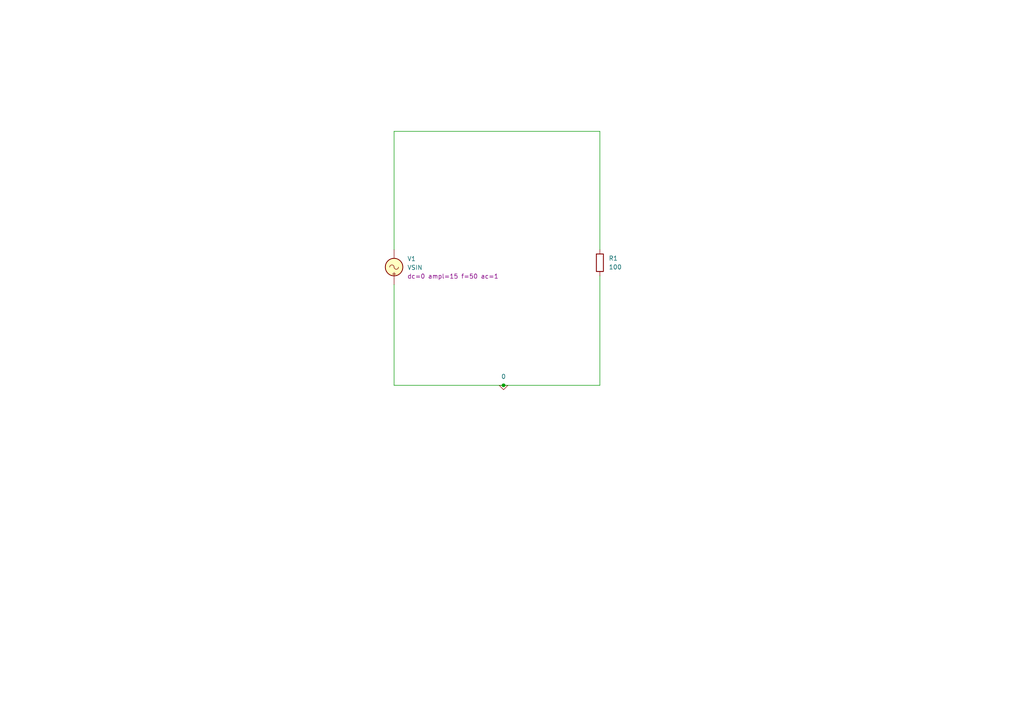
<source format=kicad_sch>
(kicad_sch (version 20250114) (generator "eeschema") (generator_version "9.0")
  (paper "A4")
  (lib_symbols
    (symbol "Device:R" (pin_numbers (hide yes)) (pin_names (offset 0))
      (property "Reference" "R" (at 2.032 0 90))
      (property "Value" "R" (at 0 0 90))
      (symbol "R_0_1"
        (rectangle (start -1.016 -2.54) (end 1.016 2.54) (stroke (width 0.254)))
      )
      (symbol "R_1_1"
        (pin passive line (at 0 3.81 270) (length 1.27) (name "~") (number "1"))
        (pin passive line (at 0 -3.81 90) (length 1.27) (name "~") (number "2"))
      )
    )
    (symbol "Simulation_SPICE:0" (power) (pin_numbers (hide yes)) (pin_names (offset 0) (hide yes))
      (property "Value" "0" (at 0 -2.54 0))
      (symbol "0_0_1"
        (polyline (pts (xy -1.27 0) (xy 0 -1.27) (xy 1.27 0) (xy -1.27 0)))
      )
      (symbol "0_1_1"
        (pin power_in line (at 0 0 0) (length 0) (name "~") (number "1"))
      )
    )
    (symbol "Simulation_SPICE:VSIN" (pin_numbers (hide yes)) (pin_names (offset 0.0254))
      (property "Reference" "V" (at 2.54 2.54 0))
      (property "Value" "VSIN" (at 2.54 0 0))
      (property "Sim.Params" "dc=0 ampl=1 f=1k ac=1" (at 2.54 -2.54 0))
      (symbol "VSIN_0_0"
        (arc (start -1.27 0) (mid -0.635 0.6323) (end 0 0))
        (arc (start 1.27 0) (mid 0.635 -0.6323) (end 0 0))
        (text "+" (at 0 1.905 0) (effects (font (size 1.27 1.27))))
      )
      (symbol "VSIN_0_1"
        (circle (center 0 0) (radius 2.54) (stroke (width 0.254)) (fill (type background)))
      )
      (symbol "VSIN_1_1"
        (pin passive line (at 0 5.08 270) (length 2.54) (name "~") (number "1"))
        (pin passive line (at 0 -5.08 90) (length 2.54) (name "~") (number "2"))
      )
    )
  )
  (junction (at 146.05 111.76))
  (wire (pts (xy 114.3 38.1) (xy 173.99 38.1)))
  (wire (pts (xy 173.99 80.01) (xy 173.99 111.76)))
  (wire (pts (xy 173.99 38.1) (xy 173.99 72.39)))
  (wire (pts (xy 146.05 111.76) (xy 114.3 111.76)))
  (wire (pts (xy 114.3 72.39) (xy 114.3 38.1)))
  (wire (pts (xy 173.99 111.76) (xy 146.05 111.76)))
  (wire (pts (xy 114.3 82.55) (xy 114.3 111.76)))
  (symbol (lib_id "Simulation_SPICE:0") (at 146.05 111.76 0) (unit 1)
    (property "Reference" "#GND01" (effects (hide yes)))
    (property "Value" "0" (at 146.05 109.22 0))
    (property "Datasheet" "https://ngspice.sourceforge.io/docs/ngspice-html-manual/manual.xhtml#subsec_Circuit_elements__device" (effects (hide yes)))
    (property "Description" "0V reference potential for simulation" (effects (hide yes)))
  )
  (symbol (lib_id "Device:R") (at 173.99 76.2 0) (unit 1)
    (property "Reference" "R1" (at 176.53 74.9299 0) (effects (justify left)))
    (property "Value" "100" (at 176.53 77.4699 0) (effects (justify left)))
    (property "Description" "Resistor" (effects (hide yes)))
  )
  (symbol (lib_id "Simulation_SPICE:VSIN") (at 114.3 77.47 180) (unit 1)
    (property "Reference" "V1" (at 118.11 75.0597 0) (effects (justify right)))
    (property "Value" "VSIN" (at 118.11 77.5997 0) (effects (justify right)))
    (property "Datasheet" "https://ngspice.sourceforge.io/docs/ngspice-html-manual/manual.xhtml#sec_Independent_Sources_for" (effects (hide yes)))
    (property "Description" "Voltage source, sinusoidal" (effects (hide yes)))
    (property "Sim.Pins" "1=+ 2=-" (effects (hide yes)))
    (property "Sim.Params" "dc=0 ampl=15 f=50 ac=1" (at 118.11 80.1397 0) (effects (justify right)))
    (property "Sim.Type" "SIN" (effects (hide yes)))
    (property "Sim.Device" "V" (effects (hide yes)))
  )
)
</source>
